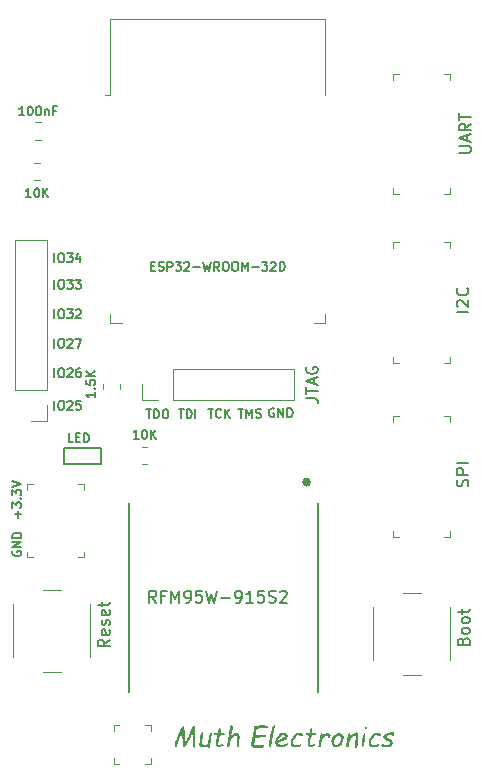
<source format=gbr>
G04 #@! TF.GenerationSoftware,KiCad,Pcbnew,(6.0.1)*
G04 #@! TF.CreationDate,2022-03-01T20:17:54-08:00*
G04 #@! TF.ProjectId,ESP32-Lora,45535033-322d-44c6-9f72-612e6b696361,rev?*
G04 #@! TF.SameCoordinates,Original*
G04 #@! TF.FileFunction,Legend,Top*
G04 #@! TF.FilePolarity,Positive*
%FSLAX46Y46*%
G04 Gerber Fmt 4.6, Leading zero omitted, Abs format (unit mm)*
G04 Created by KiCad (PCBNEW (6.0.1)) date 2022-03-01 20:17:54*
%MOMM*%
%LPD*%
G01*
G04 APERTURE LIST*
%ADD10C,0.150000*%
%ADD11C,0.187500*%
%ADD12C,0.100000*%
%ADD13C,0.120000*%
%ADD14C,0.200000*%
%ADD15C,0.010000*%
G04 APERTURE END LIST*
D10*
X121158914Y-125268485D02*
X121587485Y-125268485D01*
X121373200Y-126018485D02*
X121373200Y-125268485D01*
X122266057Y-125947057D02*
X122230342Y-125982771D01*
X122123200Y-126018485D01*
X122051771Y-126018485D01*
X121944628Y-125982771D01*
X121873200Y-125911342D01*
X121837485Y-125839914D01*
X121801771Y-125697057D01*
X121801771Y-125589914D01*
X121837485Y-125447057D01*
X121873200Y-125375628D01*
X121944628Y-125304200D01*
X122051771Y-125268485D01*
X122123200Y-125268485D01*
X122230342Y-125304200D01*
X122266057Y-125339914D01*
X122587485Y-126018485D02*
X122587485Y-125268485D01*
X123016057Y-126018485D02*
X122694628Y-125589914D01*
X123016057Y-125268485D02*
X122587485Y-125697057D01*
X104625000Y-137321428D02*
X104589285Y-137392857D01*
X104589285Y-137500000D01*
X104625000Y-137607142D01*
X104696428Y-137678571D01*
X104767857Y-137714285D01*
X104910714Y-137750000D01*
X105017857Y-137750000D01*
X105160714Y-137714285D01*
X105232142Y-137678571D01*
X105303571Y-137607142D01*
X105339285Y-137500000D01*
X105339285Y-137428571D01*
X105303571Y-137321428D01*
X105267857Y-137285714D01*
X105017857Y-137285714D01*
X105017857Y-137428571D01*
X105339285Y-136964285D02*
X104589285Y-136964285D01*
X105339285Y-136535714D01*
X104589285Y-136535714D01*
X105339285Y-136178571D02*
X104589285Y-136178571D01*
X104589285Y-136000000D01*
X104625000Y-135892857D01*
X104696428Y-135821428D01*
X104767857Y-135785714D01*
X104910714Y-135750000D01*
X105017857Y-135750000D01*
X105160714Y-135785714D01*
X105232142Y-135821428D01*
X105303571Y-135892857D01*
X105339285Y-136000000D01*
X105339285Y-136178571D01*
X118662942Y-125319285D02*
X119091514Y-125319285D01*
X118877228Y-126069285D02*
X118877228Y-125319285D01*
X119341514Y-126069285D02*
X119341514Y-125319285D01*
X119520085Y-125319285D01*
X119627228Y-125355000D01*
X119698657Y-125426428D01*
X119734371Y-125497857D01*
X119770085Y-125640714D01*
X119770085Y-125747857D01*
X119734371Y-125890714D01*
X119698657Y-125962142D01*
X119627228Y-126033571D01*
X119520085Y-126069285D01*
X119341514Y-126069285D01*
X120091514Y-126069285D02*
X120091514Y-125319285D01*
X123714000Y-125268485D02*
X124142571Y-125268485D01*
X123928285Y-126018485D02*
X123928285Y-125268485D01*
X124392571Y-126018485D02*
X124392571Y-125268485D01*
X124642571Y-125804200D01*
X124892571Y-125268485D01*
X124892571Y-126018485D01*
X125214000Y-125982771D02*
X125321142Y-126018485D01*
X125499714Y-126018485D01*
X125571142Y-125982771D01*
X125606857Y-125947057D01*
X125642571Y-125875628D01*
X125642571Y-125804200D01*
X125606857Y-125732771D01*
X125571142Y-125697057D01*
X125499714Y-125661342D01*
X125356857Y-125625628D01*
X125285428Y-125589914D01*
X125249714Y-125554200D01*
X125214000Y-125482771D01*
X125214000Y-125411342D01*
X125249714Y-125339914D01*
X125285428Y-125304200D01*
X125356857Y-125268485D01*
X125535428Y-125268485D01*
X125642571Y-125304200D01*
D11*
X108142857Y-122589285D02*
X108142857Y-121839285D01*
X108642857Y-121839285D02*
X108785714Y-121839285D01*
X108857142Y-121875000D01*
X108928571Y-121946428D01*
X108964285Y-122089285D01*
X108964285Y-122339285D01*
X108928571Y-122482142D01*
X108857142Y-122553571D01*
X108785714Y-122589285D01*
X108642857Y-122589285D01*
X108571428Y-122553571D01*
X108500000Y-122482142D01*
X108464285Y-122339285D01*
X108464285Y-122089285D01*
X108500000Y-121946428D01*
X108571428Y-121875000D01*
X108642857Y-121839285D01*
X109250000Y-121910714D02*
X109285714Y-121875000D01*
X109357142Y-121839285D01*
X109535714Y-121839285D01*
X109607142Y-121875000D01*
X109642857Y-121910714D01*
X109678571Y-121982142D01*
X109678571Y-122053571D01*
X109642857Y-122160714D01*
X109214285Y-122589285D01*
X109678571Y-122589285D01*
X110321428Y-121839285D02*
X110178571Y-121839285D01*
X110107142Y-121875000D01*
X110071428Y-121910714D01*
X110000000Y-122017857D01*
X109964285Y-122160714D01*
X109964285Y-122446428D01*
X110000000Y-122517857D01*
X110035714Y-122553571D01*
X110107142Y-122589285D01*
X110250000Y-122589285D01*
X110321428Y-122553571D01*
X110357142Y-122517857D01*
X110392857Y-122446428D01*
X110392857Y-122267857D01*
X110357142Y-122196428D01*
X110321428Y-122160714D01*
X110250000Y-122125000D01*
X110107142Y-122125000D01*
X110035714Y-122160714D01*
X110000000Y-122196428D01*
X109964285Y-122267857D01*
D10*
X115908657Y-125319285D02*
X116337228Y-125319285D01*
X116122942Y-126069285D02*
X116122942Y-125319285D01*
X116587228Y-126069285D02*
X116587228Y-125319285D01*
X116765800Y-125319285D01*
X116872942Y-125355000D01*
X116944371Y-125426428D01*
X116980085Y-125497857D01*
X117015800Y-125640714D01*
X117015800Y-125747857D01*
X116980085Y-125890714D01*
X116944371Y-125962142D01*
X116872942Y-126033571D01*
X116765800Y-126069285D01*
X116587228Y-126069285D01*
X117480085Y-125319285D02*
X117622942Y-125319285D01*
X117694371Y-125355000D01*
X117765800Y-125426428D01*
X117801514Y-125569285D01*
X117801514Y-125819285D01*
X117765800Y-125962142D01*
X117694371Y-126033571D01*
X117622942Y-126069285D01*
X117480085Y-126069285D01*
X117408657Y-126033571D01*
X117337228Y-125962142D01*
X117301514Y-125819285D01*
X117301514Y-125569285D01*
X117337228Y-125426428D01*
X117408657Y-125355000D01*
X117480085Y-125319285D01*
X126733371Y-125253400D02*
X126661942Y-125217685D01*
X126554800Y-125217685D01*
X126447657Y-125253400D01*
X126376228Y-125324828D01*
X126340514Y-125396257D01*
X126304800Y-125539114D01*
X126304800Y-125646257D01*
X126340514Y-125789114D01*
X126376228Y-125860542D01*
X126447657Y-125931971D01*
X126554800Y-125967685D01*
X126626228Y-125967685D01*
X126733371Y-125931971D01*
X126769085Y-125896257D01*
X126769085Y-125646257D01*
X126626228Y-125646257D01*
X127090514Y-125967685D02*
X127090514Y-125217685D01*
X127519085Y-125967685D01*
X127519085Y-125217685D01*
X127876228Y-125967685D02*
X127876228Y-125217685D01*
X128054800Y-125217685D01*
X128161942Y-125253400D01*
X128233371Y-125324828D01*
X128269085Y-125396257D01*
X128304800Y-125539114D01*
X128304800Y-125646257D01*
X128269085Y-125789114D01*
X128233371Y-125860542D01*
X128161942Y-125931971D01*
X128054800Y-125967685D01*
X127876228Y-125967685D01*
D11*
X108142857Y-112839285D02*
X108142857Y-112089285D01*
X108642857Y-112089285D02*
X108785714Y-112089285D01*
X108857142Y-112125000D01*
X108928571Y-112196428D01*
X108964285Y-112339285D01*
X108964285Y-112589285D01*
X108928571Y-112732142D01*
X108857142Y-112803571D01*
X108785714Y-112839285D01*
X108642857Y-112839285D01*
X108571428Y-112803571D01*
X108500000Y-112732142D01*
X108464285Y-112589285D01*
X108464285Y-112339285D01*
X108500000Y-112196428D01*
X108571428Y-112125000D01*
X108642857Y-112089285D01*
X109214285Y-112089285D02*
X109678571Y-112089285D01*
X109428571Y-112375000D01*
X109535714Y-112375000D01*
X109607142Y-112410714D01*
X109642857Y-112446428D01*
X109678571Y-112517857D01*
X109678571Y-112696428D01*
X109642857Y-112767857D01*
X109607142Y-112803571D01*
X109535714Y-112839285D01*
X109321428Y-112839285D01*
X109250000Y-112803571D01*
X109214285Y-112767857D01*
X110321428Y-112339285D02*
X110321428Y-112839285D01*
X110142857Y-112053571D02*
X109964285Y-112589285D01*
X110428571Y-112589285D01*
X108142857Y-117589285D02*
X108142857Y-116839285D01*
X108642857Y-116839285D02*
X108785714Y-116839285D01*
X108857142Y-116875000D01*
X108928571Y-116946428D01*
X108964285Y-117089285D01*
X108964285Y-117339285D01*
X108928571Y-117482142D01*
X108857142Y-117553571D01*
X108785714Y-117589285D01*
X108642857Y-117589285D01*
X108571428Y-117553571D01*
X108500000Y-117482142D01*
X108464285Y-117339285D01*
X108464285Y-117089285D01*
X108500000Y-116946428D01*
X108571428Y-116875000D01*
X108642857Y-116839285D01*
X109214285Y-116839285D02*
X109678571Y-116839285D01*
X109428571Y-117125000D01*
X109535714Y-117125000D01*
X109607142Y-117160714D01*
X109642857Y-117196428D01*
X109678571Y-117267857D01*
X109678571Y-117446428D01*
X109642857Y-117517857D01*
X109607142Y-117553571D01*
X109535714Y-117589285D01*
X109321428Y-117589285D01*
X109250000Y-117553571D01*
X109214285Y-117517857D01*
X109964285Y-116910714D02*
X110000000Y-116875000D01*
X110071428Y-116839285D01*
X110250000Y-116839285D01*
X110321428Y-116875000D01*
X110357142Y-116910714D01*
X110392857Y-116982142D01*
X110392857Y-117053571D01*
X110357142Y-117160714D01*
X109928571Y-117589285D01*
X110392857Y-117589285D01*
X108142857Y-120089285D02*
X108142857Y-119339285D01*
X108642857Y-119339285D02*
X108785714Y-119339285D01*
X108857142Y-119375000D01*
X108928571Y-119446428D01*
X108964285Y-119589285D01*
X108964285Y-119839285D01*
X108928571Y-119982142D01*
X108857142Y-120053571D01*
X108785714Y-120089285D01*
X108642857Y-120089285D01*
X108571428Y-120053571D01*
X108500000Y-119982142D01*
X108464285Y-119839285D01*
X108464285Y-119589285D01*
X108500000Y-119446428D01*
X108571428Y-119375000D01*
X108642857Y-119339285D01*
X109250000Y-119410714D02*
X109285714Y-119375000D01*
X109357142Y-119339285D01*
X109535714Y-119339285D01*
X109607142Y-119375000D01*
X109642857Y-119410714D01*
X109678571Y-119482142D01*
X109678571Y-119553571D01*
X109642857Y-119660714D01*
X109214285Y-120089285D01*
X109678571Y-120089285D01*
X109928571Y-119339285D02*
X110428571Y-119339285D01*
X110107142Y-120089285D01*
X108142857Y-125339285D02*
X108142857Y-124589285D01*
X108642857Y-124589285D02*
X108785714Y-124589285D01*
X108857142Y-124625000D01*
X108928571Y-124696428D01*
X108964285Y-124839285D01*
X108964285Y-125089285D01*
X108928571Y-125232142D01*
X108857142Y-125303571D01*
X108785714Y-125339285D01*
X108642857Y-125339285D01*
X108571428Y-125303571D01*
X108500000Y-125232142D01*
X108464285Y-125089285D01*
X108464285Y-124839285D01*
X108500000Y-124696428D01*
X108571428Y-124625000D01*
X108642857Y-124589285D01*
X109250000Y-124660714D02*
X109285714Y-124625000D01*
X109357142Y-124589285D01*
X109535714Y-124589285D01*
X109607142Y-124625000D01*
X109642857Y-124660714D01*
X109678571Y-124732142D01*
X109678571Y-124803571D01*
X109642857Y-124910714D01*
X109214285Y-125339285D01*
X109678571Y-125339285D01*
X110357142Y-124589285D02*
X110000000Y-124589285D01*
X109964285Y-124946428D01*
X110000000Y-124910714D01*
X110071428Y-124875000D01*
X110250000Y-124875000D01*
X110321428Y-124910714D01*
X110357142Y-124946428D01*
X110392857Y-125017857D01*
X110392857Y-125196428D01*
X110357142Y-125267857D01*
X110321428Y-125303571D01*
X110250000Y-125339285D01*
X110071428Y-125339285D01*
X110000000Y-125303571D01*
X109964285Y-125267857D01*
X108142857Y-115089285D02*
X108142857Y-114339285D01*
X108642857Y-114339285D02*
X108785714Y-114339285D01*
X108857142Y-114375000D01*
X108928571Y-114446428D01*
X108964285Y-114589285D01*
X108964285Y-114839285D01*
X108928571Y-114982142D01*
X108857142Y-115053571D01*
X108785714Y-115089285D01*
X108642857Y-115089285D01*
X108571428Y-115053571D01*
X108500000Y-114982142D01*
X108464285Y-114839285D01*
X108464285Y-114589285D01*
X108500000Y-114446428D01*
X108571428Y-114375000D01*
X108642857Y-114339285D01*
X109214285Y-114339285D02*
X109678571Y-114339285D01*
X109428571Y-114625000D01*
X109535714Y-114625000D01*
X109607142Y-114660714D01*
X109642857Y-114696428D01*
X109678571Y-114767857D01*
X109678571Y-114946428D01*
X109642857Y-115017857D01*
X109607142Y-115053571D01*
X109535714Y-115089285D01*
X109321428Y-115089285D01*
X109250000Y-115053571D01*
X109214285Y-115017857D01*
X109928571Y-114339285D02*
X110392857Y-114339285D01*
X110142857Y-114625000D01*
X110250000Y-114625000D01*
X110321428Y-114660714D01*
X110357142Y-114696428D01*
X110392857Y-114767857D01*
X110392857Y-114946428D01*
X110357142Y-115017857D01*
X110321428Y-115053571D01*
X110250000Y-115089285D01*
X110035714Y-115089285D01*
X109964285Y-115053571D01*
X109928571Y-115017857D01*
D10*
X142402380Y-103595238D02*
X143211904Y-103595238D01*
X143307142Y-103547619D01*
X143354761Y-103500000D01*
X143402380Y-103404761D01*
X143402380Y-103214285D01*
X143354761Y-103119047D01*
X143307142Y-103071428D01*
X143211904Y-103023809D01*
X142402380Y-103023809D01*
X143116666Y-102595238D02*
X143116666Y-102119047D01*
X143402380Y-102690476D02*
X142402380Y-102357142D01*
X143402380Y-102023809D01*
X143402380Y-101119047D02*
X142926190Y-101452380D01*
X143402380Y-101690476D02*
X142402380Y-101690476D01*
X142402380Y-101309523D01*
X142450000Y-101214285D01*
X142497619Y-101166666D01*
X142592857Y-101119047D01*
X142735714Y-101119047D01*
X142830952Y-101166666D01*
X142878571Y-101214285D01*
X142926190Y-101309523D01*
X142926190Y-101690476D01*
X142402380Y-100833333D02*
X142402380Y-100261904D01*
X143402380Y-100547619D02*
X142402380Y-100547619D01*
X111589285Y-123869364D02*
X111589285Y-124297936D01*
X111589285Y-124083650D02*
X110839285Y-124083650D01*
X110946428Y-124155078D01*
X111017857Y-124226507D01*
X111053571Y-124297936D01*
X111517857Y-123547936D02*
X111553571Y-123512221D01*
X111589285Y-123547936D01*
X111553571Y-123583650D01*
X111517857Y-123547936D01*
X111589285Y-123547936D01*
X110839285Y-122833650D02*
X110839285Y-123190793D01*
X111196428Y-123226507D01*
X111160714Y-123190793D01*
X111125000Y-123119364D01*
X111125000Y-122940793D01*
X111160714Y-122869364D01*
X111196428Y-122833650D01*
X111267857Y-122797936D01*
X111446428Y-122797936D01*
X111517857Y-122833650D01*
X111553571Y-122869364D01*
X111589285Y-122940793D01*
X111589285Y-123119364D01*
X111553571Y-123190793D01*
X111517857Y-123226507D01*
X111589285Y-122476507D02*
X110839285Y-122476507D01*
X111589285Y-122047936D02*
X111160714Y-122369364D01*
X110839285Y-122047936D02*
X111267857Y-122476507D01*
X109732142Y-128089285D02*
X109375000Y-128089285D01*
X109375000Y-127339285D01*
X109982142Y-127696428D02*
X110232142Y-127696428D01*
X110339285Y-128089285D02*
X109982142Y-128089285D01*
X109982142Y-127339285D01*
X110339285Y-127339285D01*
X110660714Y-128089285D02*
X110660714Y-127339285D01*
X110839285Y-127339285D01*
X110946428Y-127375000D01*
X111017857Y-127446428D01*
X111053571Y-127517857D01*
X111089285Y-127660714D01*
X111089285Y-127767857D01*
X111053571Y-127910714D01*
X111017857Y-127982142D01*
X110946428Y-128053571D01*
X110839285Y-128089285D01*
X110660714Y-128089285D01*
X112816380Y-144808095D02*
X112340190Y-145141428D01*
X112816380Y-145379523D02*
X111816380Y-145379523D01*
X111816380Y-144998571D01*
X111864000Y-144903333D01*
X111911619Y-144855714D01*
X112006857Y-144808095D01*
X112149714Y-144808095D01*
X112244952Y-144855714D01*
X112292571Y-144903333D01*
X112340190Y-144998571D01*
X112340190Y-145379523D01*
X112768761Y-143998571D02*
X112816380Y-144093809D01*
X112816380Y-144284285D01*
X112768761Y-144379523D01*
X112673523Y-144427142D01*
X112292571Y-144427142D01*
X112197333Y-144379523D01*
X112149714Y-144284285D01*
X112149714Y-144093809D01*
X112197333Y-143998571D01*
X112292571Y-143950952D01*
X112387809Y-143950952D01*
X112483047Y-144427142D01*
X112768761Y-143570000D02*
X112816380Y-143474761D01*
X112816380Y-143284285D01*
X112768761Y-143189047D01*
X112673523Y-143141428D01*
X112625904Y-143141428D01*
X112530666Y-143189047D01*
X112483047Y-143284285D01*
X112483047Y-143427142D01*
X112435428Y-143522380D01*
X112340190Y-143570000D01*
X112292571Y-143570000D01*
X112197333Y-143522380D01*
X112149714Y-143427142D01*
X112149714Y-143284285D01*
X112197333Y-143189047D01*
X112768761Y-142331904D02*
X112816380Y-142427142D01*
X112816380Y-142617619D01*
X112768761Y-142712857D01*
X112673523Y-142760476D01*
X112292571Y-142760476D01*
X112197333Y-142712857D01*
X112149714Y-142617619D01*
X112149714Y-142427142D01*
X112197333Y-142331904D01*
X112292571Y-142284285D01*
X112387809Y-142284285D01*
X112483047Y-142760476D01*
X112149714Y-141998571D02*
X112149714Y-141617619D01*
X111816380Y-141855714D02*
X112673523Y-141855714D01*
X112768761Y-141808095D01*
X112816380Y-141712857D01*
X112816380Y-141617619D01*
X143200380Y-117054190D02*
X142200380Y-117054190D01*
X142295619Y-116625619D02*
X142248000Y-116578000D01*
X142200380Y-116482761D01*
X142200380Y-116244666D01*
X142248000Y-116149428D01*
X142295619Y-116101809D01*
X142390857Y-116054190D01*
X142486095Y-116054190D01*
X142628952Y-116101809D01*
X143200380Y-116673238D01*
X143200380Y-116054190D01*
X143105142Y-115054190D02*
X143152761Y-115101809D01*
X143200380Y-115244666D01*
X143200380Y-115339904D01*
X143152761Y-115482761D01*
X143057523Y-115578000D01*
X142962285Y-115625619D01*
X142771809Y-115673238D01*
X142628952Y-115673238D01*
X142438476Y-115625619D01*
X142343238Y-115578000D01*
X142248000Y-115482761D01*
X142200380Y-115339904D01*
X142200380Y-115244666D01*
X142248000Y-115101809D01*
X142295619Y-115054190D01*
X116327942Y-113196428D02*
X116577942Y-113196428D01*
X116685085Y-113589285D02*
X116327942Y-113589285D01*
X116327942Y-112839285D01*
X116685085Y-112839285D01*
X116970800Y-113553571D02*
X117077942Y-113589285D01*
X117256514Y-113589285D01*
X117327942Y-113553571D01*
X117363657Y-113517857D01*
X117399371Y-113446428D01*
X117399371Y-113375000D01*
X117363657Y-113303571D01*
X117327942Y-113267857D01*
X117256514Y-113232142D01*
X117113657Y-113196428D01*
X117042228Y-113160714D01*
X117006514Y-113125000D01*
X116970800Y-113053571D01*
X116970800Y-112982142D01*
X117006514Y-112910714D01*
X117042228Y-112875000D01*
X117113657Y-112839285D01*
X117292228Y-112839285D01*
X117399371Y-112875000D01*
X117720800Y-113589285D02*
X117720800Y-112839285D01*
X118006514Y-112839285D01*
X118077942Y-112875000D01*
X118113657Y-112910714D01*
X118149371Y-112982142D01*
X118149371Y-113089285D01*
X118113657Y-113160714D01*
X118077942Y-113196428D01*
X118006514Y-113232142D01*
X117720800Y-113232142D01*
X118399371Y-112839285D02*
X118863657Y-112839285D01*
X118613657Y-113125000D01*
X118720800Y-113125000D01*
X118792228Y-113160714D01*
X118827942Y-113196428D01*
X118863657Y-113267857D01*
X118863657Y-113446428D01*
X118827942Y-113517857D01*
X118792228Y-113553571D01*
X118720800Y-113589285D01*
X118506514Y-113589285D01*
X118435085Y-113553571D01*
X118399371Y-113517857D01*
X119149371Y-112910714D02*
X119185085Y-112875000D01*
X119256514Y-112839285D01*
X119435085Y-112839285D01*
X119506514Y-112875000D01*
X119542228Y-112910714D01*
X119577942Y-112982142D01*
X119577942Y-113053571D01*
X119542228Y-113160714D01*
X119113657Y-113589285D01*
X119577942Y-113589285D01*
X119899371Y-113303571D02*
X120470800Y-113303571D01*
X120756514Y-112839285D02*
X120935085Y-113589285D01*
X121077942Y-113053571D01*
X121220800Y-113589285D01*
X121399371Y-112839285D01*
X122113657Y-113589285D02*
X121863657Y-113232142D01*
X121685085Y-113589285D02*
X121685085Y-112839285D01*
X121970800Y-112839285D01*
X122042228Y-112875000D01*
X122077942Y-112910714D01*
X122113657Y-112982142D01*
X122113657Y-113089285D01*
X122077942Y-113160714D01*
X122042228Y-113196428D01*
X121970800Y-113232142D01*
X121685085Y-113232142D01*
X122577942Y-112839285D02*
X122720800Y-112839285D01*
X122792228Y-112875000D01*
X122863657Y-112946428D01*
X122899371Y-113089285D01*
X122899371Y-113339285D01*
X122863657Y-113482142D01*
X122792228Y-113553571D01*
X122720800Y-113589285D01*
X122577942Y-113589285D01*
X122506514Y-113553571D01*
X122435085Y-113482142D01*
X122399371Y-113339285D01*
X122399371Y-113089285D01*
X122435085Y-112946428D01*
X122506514Y-112875000D01*
X122577942Y-112839285D01*
X123363657Y-112839285D02*
X123506514Y-112839285D01*
X123577942Y-112875000D01*
X123649371Y-112946428D01*
X123685085Y-113089285D01*
X123685085Y-113339285D01*
X123649371Y-113482142D01*
X123577942Y-113553571D01*
X123506514Y-113589285D01*
X123363657Y-113589285D01*
X123292228Y-113553571D01*
X123220800Y-113482142D01*
X123185085Y-113339285D01*
X123185085Y-113089285D01*
X123220800Y-112946428D01*
X123292228Y-112875000D01*
X123363657Y-112839285D01*
X124006514Y-113589285D02*
X124006514Y-112839285D01*
X124256514Y-113375000D01*
X124506514Y-112839285D01*
X124506514Y-113589285D01*
X124863657Y-113303571D02*
X125435085Y-113303571D01*
X125720800Y-112839285D02*
X126185085Y-112839285D01*
X125935085Y-113125000D01*
X126042228Y-113125000D01*
X126113657Y-113160714D01*
X126149371Y-113196428D01*
X126185085Y-113267857D01*
X126185085Y-113446428D01*
X126149371Y-113517857D01*
X126113657Y-113553571D01*
X126042228Y-113589285D01*
X125827942Y-113589285D01*
X125756514Y-113553571D01*
X125720800Y-113517857D01*
X126470800Y-112910714D02*
X126506514Y-112875000D01*
X126577942Y-112839285D01*
X126756514Y-112839285D01*
X126827942Y-112875000D01*
X126863657Y-112910714D01*
X126899371Y-112982142D01*
X126899371Y-113053571D01*
X126863657Y-113160714D01*
X126435085Y-113589285D01*
X126899371Y-113589285D01*
X127220800Y-113589285D02*
X127220800Y-112839285D01*
X127399371Y-112839285D01*
X127506514Y-112875000D01*
X127577942Y-112946428D01*
X127613657Y-113017857D01*
X127649371Y-113160714D01*
X127649371Y-113267857D01*
X127613657Y-113410714D01*
X127577942Y-113482142D01*
X127506514Y-113553571D01*
X127399371Y-113589285D01*
X127220800Y-113589285D01*
X105589285Y-100409285D02*
X105160714Y-100409285D01*
X105375000Y-100409285D02*
X105375000Y-99659285D01*
X105303571Y-99766428D01*
X105232142Y-99837857D01*
X105160714Y-99873571D01*
X106053571Y-99659285D02*
X106125000Y-99659285D01*
X106196428Y-99695000D01*
X106232142Y-99730714D01*
X106267857Y-99802142D01*
X106303571Y-99945000D01*
X106303571Y-100123571D01*
X106267857Y-100266428D01*
X106232142Y-100337857D01*
X106196428Y-100373571D01*
X106125000Y-100409285D01*
X106053571Y-100409285D01*
X105982142Y-100373571D01*
X105946428Y-100337857D01*
X105910714Y-100266428D01*
X105875000Y-100123571D01*
X105875000Y-99945000D01*
X105910714Y-99802142D01*
X105946428Y-99730714D01*
X105982142Y-99695000D01*
X106053571Y-99659285D01*
X106767857Y-99659285D02*
X106839285Y-99659285D01*
X106910714Y-99695000D01*
X106946428Y-99730714D01*
X106982142Y-99802142D01*
X107017857Y-99945000D01*
X107017857Y-100123571D01*
X106982142Y-100266428D01*
X106946428Y-100337857D01*
X106910714Y-100373571D01*
X106839285Y-100409285D01*
X106767857Y-100409285D01*
X106696428Y-100373571D01*
X106660714Y-100337857D01*
X106625000Y-100266428D01*
X106589285Y-100123571D01*
X106589285Y-99945000D01*
X106625000Y-99802142D01*
X106660714Y-99730714D01*
X106696428Y-99695000D01*
X106767857Y-99659285D01*
X107339285Y-99909285D02*
X107339285Y-100409285D01*
X107339285Y-99980714D02*
X107375000Y-99945000D01*
X107446428Y-99909285D01*
X107553571Y-99909285D01*
X107625000Y-99945000D01*
X107660714Y-100016428D01*
X107660714Y-100409285D01*
X108267857Y-100016428D02*
X108017857Y-100016428D01*
X108017857Y-100409285D02*
X108017857Y-99659285D01*
X108375000Y-99659285D01*
X106162142Y-107339285D02*
X105733571Y-107339285D01*
X105947857Y-107339285D02*
X105947857Y-106589285D01*
X105876428Y-106696428D01*
X105805000Y-106767857D01*
X105733571Y-106803571D01*
X106626428Y-106589285D02*
X106697857Y-106589285D01*
X106769285Y-106625000D01*
X106805000Y-106660714D01*
X106840714Y-106732142D01*
X106876428Y-106875000D01*
X106876428Y-107053571D01*
X106840714Y-107196428D01*
X106805000Y-107267857D01*
X106769285Y-107303571D01*
X106697857Y-107339285D01*
X106626428Y-107339285D01*
X106555000Y-107303571D01*
X106519285Y-107267857D01*
X106483571Y-107196428D01*
X106447857Y-107053571D01*
X106447857Y-106875000D01*
X106483571Y-106732142D01*
X106519285Y-106660714D01*
X106555000Y-106625000D01*
X106626428Y-106589285D01*
X107197857Y-107339285D02*
X107197857Y-106589285D01*
X107626428Y-107339285D02*
X107305000Y-106910714D01*
X107626428Y-106589285D02*
X107197857Y-107017857D01*
X142772571Y-144943047D02*
X142820190Y-144800190D01*
X142867809Y-144752571D01*
X142963047Y-144704952D01*
X143105904Y-144704952D01*
X143201142Y-144752571D01*
X143248761Y-144800190D01*
X143296380Y-144895428D01*
X143296380Y-145276380D01*
X142296380Y-145276380D01*
X142296380Y-144943047D01*
X142344000Y-144847809D01*
X142391619Y-144800190D01*
X142486857Y-144752571D01*
X142582095Y-144752571D01*
X142677333Y-144800190D01*
X142724952Y-144847809D01*
X142772571Y-144943047D01*
X142772571Y-145276380D01*
X143296380Y-144133523D02*
X143248761Y-144228761D01*
X143201142Y-144276380D01*
X143105904Y-144324000D01*
X142820190Y-144324000D01*
X142724952Y-144276380D01*
X142677333Y-144228761D01*
X142629714Y-144133523D01*
X142629714Y-143990666D01*
X142677333Y-143895428D01*
X142724952Y-143847809D01*
X142820190Y-143800190D01*
X143105904Y-143800190D01*
X143201142Y-143847809D01*
X143248761Y-143895428D01*
X143296380Y-143990666D01*
X143296380Y-144133523D01*
X143296380Y-143228761D02*
X143248761Y-143324000D01*
X143201142Y-143371619D01*
X143105904Y-143419238D01*
X142820190Y-143419238D01*
X142724952Y-143371619D01*
X142677333Y-143324000D01*
X142629714Y-143228761D01*
X142629714Y-143085904D01*
X142677333Y-142990666D01*
X142724952Y-142943047D01*
X142820190Y-142895428D01*
X143105904Y-142895428D01*
X143201142Y-142943047D01*
X143248761Y-142990666D01*
X143296380Y-143085904D01*
X143296380Y-143228761D01*
X142629714Y-142609714D02*
X142629714Y-142228761D01*
X142296380Y-142466857D02*
X143153523Y-142466857D01*
X143248761Y-142419238D01*
X143296380Y-142324000D01*
X143296380Y-142228761D01*
X105053571Y-134500000D02*
X105053571Y-133928571D01*
X105339285Y-134214285D02*
X104767857Y-134214285D01*
X104589285Y-133642857D02*
X104589285Y-133178571D01*
X104875000Y-133428571D01*
X104875000Y-133321428D01*
X104910714Y-133250000D01*
X104946428Y-133214285D01*
X105017857Y-133178571D01*
X105196428Y-133178571D01*
X105267857Y-133214285D01*
X105303571Y-133250000D01*
X105339285Y-133321428D01*
X105339285Y-133535714D01*
X105303571Y-133607142D01*
X105267857Y-133642857D01*
X105267857Y-132857142D02*
X105303571Y-132821428D01*
X105339285Y-132857142D01*
X105303571Y-132892857D01*
X105267857Y-132857142D01*
X105339285Y-132857142D01*
X104589285Y-132571428D02*
X104589285Y-132107142D01*
X104875000Y-132357142D01*
X104875000Y-132250000D01*
X104910714Y-132178571D01*
X104946428Y-132142857D01*
X105017857Y-132107142D01*
X105196428Y-132107142D01*
X105267857Y-132142857D01*
X105303571Y-132178571D01*
X105339285Y-132250000D01*
X105339285Y-132464285D01*
X105303571Y-132535714D01*
X105267857Y-132571428D01*
X104589285Y-131892857D02*
X105339285Y-131642857D01*
X104589285Y-131392857D01*
X129452380Y-124356666D02*
X130166666Y-124356666D01*
X130309523Y-124404285D01*
X130404761Y-124499523D01*
X130452380Y-124642380D01*
X130452380Y-124737619D01*
X129452380Y-124023333D02*
X129452380Y-123451904D01*
X130452380Y-123737619D02*
X129452380Y-123737619D01*
X130166666Y-123166190D02*
X130166666Y-122690000D01*
X130452380Y-123261428D02*
X129452380Y-122928095D01*
X130452380Y-122594761D01*
X129500000Y-121737619D02*
X129452380Y-121832857D01*
X129452380Y-121975714D01*
X129500000Y-122118571D01*
X129595238Y-122213809D01*
X129690476Y-122261428D01*
X129880952Y-122309047D01*
X130023809Y-122309047D01*
X130214285Y-122261428D01*
X130309523Y-122213809D01*
X130404761Y-122118571D01*
X130452380Y-121975714D01*
X130452380Y-121880476D01*
X130404761Y-121737619D01*
X130357142Y-121690000D01*
X130023809Y-121690000D01*
X130023809Y-121880476D01*
X143152761Y-131833809D02*
X143200380Y-131690952D01*
X143200380Y-131452857D01*
X143152761Y-131357619D01*
X143105142Y-131310000D01*
X143009904Y-131262380D01*
X142914666Y-131262380D01*
X142819428Y-131310000D01*
X142771809Y-131357619D01*
X142724190Y-131452857D01*
X142676571Y-131643333D01*
X142628952Y-131738571D01*
X142581333Y-131786190D01*
X142486095Y-131833809D01*
X142390857Y-131833809D01*
X142295619Y-131786190D01*
X142248000Y-131738571D01*
X142200380Y-131643333D01*
X142200380Y-131405238D01*
X142248000Y-131262380D01*
X143200380Y-130833809D02*
X142200380Y-130833809D01*
X142200380Y-130452857D01*
X142248000Y-130357619D01*
X142295619Y-130310000D01*
X142390857Y-130262380D01*
X142533714Y-130262380D01*
X142628952Y-130310000D01*
X142676571Y-130357619D01*
X142724190Y-130452857D01*
X142724190Y-130833809D01*
X143200380Y-129833809D02*
X142200380Y-129833809D01*
X115282142Y-127789285D02*
X114853571Y-127789285D01*
X115067857Y-127789285D02*
X115067857Y-127039285D01*
X114996428Y-127146428D01*
X114925000Y-127217857D01*
X114853571Y-127253571D01*
X115746428Y-127039285D02*
X115817857Y-127039285D01*
X115889285Y-127075000D01*
X115925000Y-127110714D01*
X115960714Y-127182142D01*
X115996428Y-127325000D01*
X115996428Y-127503571D01*
X115960714Y-127646428D01*
X115925000Y-127717857D01*
X115889285Y-127753571D01*
X115817857Y-127789285D01*
X115746428Y-127789285D01*
X115675000Y-127753571D01*
X115639285Y-127717857D01*
X115603571Y-127646428D01*
X115567857Y-127503571D01*
X115567857Y-127325000D01*
X115603571Y-127182142D01*
X115639285Y-127110714D01*
X115675000Y-127075000D01*
X115746428Y-127039285D01*
X116317857Y-127789285D02*
X116317857Y-127039285D01*
X116746428Y-127789285D02*
X116425000Y-127360714D01*
X116746428Y-127039285D02*
X116317857Y-127467857D01*
X116768271Y-141677200D02*
X116434334Y-141200147D01*
X116195807Y-141677200D02*
X116195807Y-140675389D01*
X116577450Y-140675389D01*
X116672860Y-140723094D01*
X116720565Y-140770799D01*
X116768271Y-140866210D01*
X116768271Y-141009326D01*
X116720565Y-141104736D01*
X116672860Y-141152442D01*
X116577450Y-141200147D01*
X116195807Y-141200147D01*
X117531555Y-141152442D02*
X117197618Y-141152442D01*
X117197618Y-141677200D02*
X117197618Y-140675389D01*
X117674671Y-140675389D01*
X118056313Y-141677200D02*
X118056313Y-140675389D01*
X118390250Y-141390968D01*
X118724187Y-140675389D01*
X118724187Y-141677200D01*
X119248946Y-141677200D02*
X119439767Y-141677200D01*
X119535177Y-141629494D01*
X119582883Y-141581789D01*
X119678293Y-141438673D01*
X119725998Y-141247852D01*
X119725998Y-140866210D01*
X119678293Y-140770799D01*
X119630588Y-140723094D01*
X119535177Y-140675389D01*
X119344356Y-140675389D01*
X119248946Y-140723094D01*
X119201240Y-140770799D01*
X119153535Y-140866210D01*
X119153535Y-141104736D01*
X119201240Y-141200147D01*
X119248946Y-141247852D01*
X119344356Y-141295557D01*
X119535177Y-141295557D01*
X119630588Y-141247852D01*
X119678293Y-141200147D01*
X119725998Y-141104736D01*
X120632399Y-140675389D02*
X120155346Y-140675389D01*
X120107641Y-141152442D01*
X120155346Y-141104736D01*
X120250757Y-141057031D01*
X120489283Y-141057031D01*
X120584694Y-141104736D01*
X120632399Y-141152442D01*
X120680104Y-141247852D01*
X120680104Y-141486379D01*
X120632399Y-141581789D01*
X120584694Y-141629494D01*
X120489283Y-141677200D01*
X120250757Y-141677200D01*
X120155346Y-141629494D01*
X120107641Y-141581789D01*
X121014041Y-140675389D02*
X121252568Y-141677200D01*
X121443389Y-140961620D01*
X121634210Y-141677200D01*
X121872736Y-140675389D01*
X122254379Y-141295557D02*
X123017663Y-141295557D01*
X123542421Y-141677200D02*
X123733242Y-141677200D01*
X123828653Y-141629494D01*
X123876358Y-141581789D01*
X123971769Y-141438673D01*
X124019474Y-141247852D01*
X124019474Y-140866210D01*
X123971769Y-140770799D01*
X123924064Y-140723094D01*
X123828653Y-140675389D01*
X123637832Y-140675389D01*
X123542421Y-140723094D01*
X123494716Y-140770799D01*
X123447011Y-140866210D01*
X123447011Y-141104736D01*
X123494716Y-141200147D01*
X123542421Y-141247852D01*
X123637832Y-141295557D01*
X123828653Y-141295557D01*
X123924064Y-141247852D01*
X123971769Y-141200147D01*
X124019474Y-141104736D01*
X124973580Y-141677200D02*
X124401116Y-141677200D01*
X124687348Y-141677200D02*
X124687348Y-140675389D01*
X124591938Y-140818505D01*
X124496527Y-140913915D01*
X124401116Y-140961620D01*
X125879980Y-140675389D02*
X125402927Y-140675389D01*
X125355222Y-141152442D01*
X125402927Y-141104736D01*
X125498338Y-141057031D01*
X125736864Y-141057031D01*
X125832275Y-141104736D01*
X125879980Y-141152442D01*
X125927686Y-141247852D01*
X125927686Y-141486379D01*
X125879980Y-141581789D01*
X125832275Y-141629494D01*
X125736864Y-141677200D01*
X125498338Y-141677200D01*
X125402927Y-141629494D01*
X125355222Y-141581789D01*
X126309328Y-141629494D02*
X126452444Y-141677200D01*
X126690970Y-141677200D01*
X126786381Y-141629494D01*
X126834086Y-141581789D01*
X126881791Y-141486379D01*
X126881791Y-141390968D01*
X126834086Y-141295557D01*
X126786381Y-141247852D01*
X126690970Y-141200147D01*
X126500149Y-141152442D01*
X126404738Y-141104736D01*
X126357033Y-141057031D01*
X126309328Y-140961620D01*
X126309328Y-140866210D01*
X126357033Y-140770799D01*
X126404738Y-140723094D01*
X126500149Y-140675389D01*
X126738675Y-140675389D01*
X126881791Y-140723094D01*
X127263434Y-140770799D02*
X127311139Y-140723094D01*
X127406549Y-140675389D01*
X127645076Y-140675389D01*
X127740486Y-140723094D01*
X127788192Y-140770799D01*
X127835897Y-140866210D01*
X127835897Y-140961620D01*
X127788192Y-141104736D01*
X127215728Y-141677200D01*
X127835897Y-141677200D01*
D12*
X141650000Y-96900000D02*
X141150000Y-96900000D01*
X141650000Y-96900000D02*
X141650000Y-97400000D01*
X141650000Y-107100000D02*
X141150000Y-107100000D01*
X136850000Y-96900000D02*
X137350000Y-96900000D01*
X136850000Y-107100000D02*
X136850000Y-106600000D01*
X136850000Y-107100000D02*
X137350000Y-107100000D01*
X141650000Y-107100000D02*
X141650000Y-106600000D01*
X136850000Y-96900000D02*
X136850000Y-97400000D01*
D13*
X112265000Y-123627064D02*
X112265000Y-123172936D01*
X113735000Y-123627064D02*
X113735000Y-123172936D01*
D14*
X112050000Y-129900000D02*
X108950000Y-129900000D01*
X108950000Y-129900000D02*
X108950000Y-128600000D01*
X108950000Y-128600000D02*
X112050000Y-128600000D01*
X112050000Y-128600000D02*
X112050000Y-129900000D01*
D13*
X107164000Y-147570000D02*
X108664000Y-147570000D01*
X111164000Y-146320000D02*
X111164000Y-141820000D01*
X108664000Y-140570000D02*
X107164000Y-140570000D01*
X104664000Y-141820000D02*
X104664000Y-146320000D01*
D12*
X136850000Y-111150000D02*
X137350000Y-111150000D01*
X141650000Y-111150000D02*
X141150000Y-111150000D01*
X136850000Y-121350000D02*
X137350000Y-121350000D01*
X141650000Y-121350000D02*
X141150000Y-121350000D01*
X136850000Y-111150000D02*
X136850000Y-111650000D01*
X141650000Y-111150000D02*
X141650000Y-111650000D01*
X141650000Y-121350000D02*
X141650000Y-120850000D01*
X136850000Y-121350000D02*
X136850000Y-120850000D01*
D13*
X131090800Y-118000000D02*
X130090800Y-118000000D01*
X112850800Y-92255000D02*
X112850800Y-98675000D01*
X112850800Y-92255000D02*
X131090800Y-92255000D01*
X131090800Y-117220000D02*
X131090800Y-118000000D01*
X112850800Y-117220000D02*
X112850800Y-118000000D01*
X112850800Y-118000000D02*
X113850800Y-118000000D01*
X131090800Y-92255000D02*
X131090800Y-98675000D01*
X112850800Y-98675000D02*
X112470800Y-98675000D01*
X107011252Y-102485000D02*
X106488748Y-102485000D01*
X107011252Y-101015000D02*
X106488748Y-101015000D01*
X106907064Y-104421000D02*
X106452936Y-104421000D01*
X106907064Y-105891000D02*
X106452936Y-105891000D01*
X137644000Y-147824000D02*
X139144000Y-147824000D01*
X139144000Y-140824000D02*
X137644000Y-140824000D01*
X141644000Y-146574000D02*
X141644000Y-142074000D01*
X135144000Y-142074000D02*
X135144000Y-146574000D01*
D12*
X110650000Y-137850000D02*
X110150000Y-137850000D01*
X105850000Y-131650000D02*
X106350000Y-131650000D01*
X110650000Y-131650000D02*
X110150000Y-131650000D01*
X105850000Y-131650000D02*
X105850000Y-132150000D01*
X110650000Y-137850000D02*
X110650000Y-137350000D01*
X105850000Y-137850000D02*
X105850000Y-137350000D01*
X105850000Y-137850000D02*
X106350000Y-137850000D01*
X110650000Y-131650000D02*
X110650000Y-132150000D01*
D13*
X128410000Y-124520000D02*
X128410000Y-121860000D01*
X116920000Y-124520000D02*
X115590000Y-124520000D01*
X118190000Y-124520000D02*
X118190000Y-121860000D01*
X118190000Y-121860000D02*
X128410000Y-121860000D01*
X118190000Y-124520000D02*
X128410000Y-124520000D01*
X115590000Y-124520000D02*
X115590000Y-123190000D01*
D12*
X141650000Y-125900000D02*
X141150000Y-125900000D01*
X141650000Y-136100000D02*
X141650000Y-135600000D01*
X141650000Y-136100000D02*
X141150000Y-136100000D01*
X136850000Y-125900000D02*
X137350000Y-125900000D01*
X136850000Y-125900000D02*
X136850000Y-126400000D01*
X136850000Y-136100000D02*
X136850000Y-135600000D01*
X136850000Y-136100000D02*
X137350000Y-136100000D01*
X141650000Y-125900000D02*
X141650000Y-126400000D01*
X113150000Y-152020000D02*
X113650000Y-152020000D01*
X116350000Y-155320000D02*
X116350000Y-154820000D01*
X116350000Y-155320000D02*
X115850000Y-155320000D01*
X116350000Y-152020000D02*
X116350000Y-152520000D01*
X116350000Y-152020000D02*
X115850000Y-152020000D01*
X113150000Y-152020000D02*
X113150000Y-152520000D01*
X113150000Y-155320000D02*
X113650000Y-155320000D01*
X113150000Y-155320000D02*
X113150000Y-154820000D01*
D13*
X115572936Y-128465000D02*
X116027064Y-128465000D01*
X115572936Y-129935000D02*
X116027064Y-129935000D01*
G36*
X134612623Y-152236926D02*
G01*
X134619926Y-152328761D01*
X134615134Y-152343063D01*
X134557438Y-152400847D01*
X134472548Y-152417836D01*
X134403428Y-152392280D01*
X134387307Y-152352327D01*
X134421785Y-152267254D01*
X134462647Y-152222512D01*
X134549815Y-152193302D01*
X134612623Y-152236926D01*
G37*
G36*
X127136643Y-152859968D02*
G01*
X127187724Y-152815002D01*
X127340826Y-152743194D01*
X127538129Y-152712060D01*
X127733436Y-152725236D01*
X127845134Y-152763257D01*
X127921414Y-152852136D01*
X127933587Y-152978165D01*
X127880365Y-153103674D01*
X127857670Y-153129582D01*
X127775809Y-153187872D01*
X127631763Y-153269374D01*
X127453112Y-153358756D01*
X127405843Y-153380733D01*
X127035961Y-153549939D01*
X127157321Y-153649095D01*
X127307367Y-153715944D01*
X127490477Y-153722778D01*
X127664298Y-153671678D01*
X127739656Y-153620485D01*
X127846505Y-153551606D01*
X127916929Y-153563480D01*
X127939615Y-153643157D01*
X127902264Y-153730102D01*
X127782524Y-153813151D01*
X127732019Y-153837469D01*
X127469695Y-153919264D01*
X127227316Y-153912225D01*
X127079906Y-153864097D01*
X126966061Y-153795203D01*
X126898117Y-153718822D01*
X126896733Y-153715475D01*
X126864050Y-153508459D01*
X126899995Y-153275660D01*
X126909792Y-153252099D01*
X127088334Y-153252099D01*
X127098222Y-153290600D01*
X127171227Y-153279688D01*
X127315082Y-153219029D01*
X127454412Y-153150662D01*
X127625270Y-153052880D01*
X127703588Y-152979345D01*
X127689029Y-152931132D01*
X127581254Y-152909314D01*
X127530876Y-152908077D01*
X127370807Y-152933041D01*
X127243168Y-153019829D01*
X127133831Y-153164519D01*
X127088334Y-153252099D01*
X126909792Y-153252099D01*
X126994286Y-153048892D01*
X127136643Y-152859968D01*
G37*
G36*
X125915682Y-152069112D02*
G01*
X126105565Y-152090358D01*
X126217072Y-152133463D01*
X126256028Y-152199414D01*
X126246347Y-152252085D01*
X126209146Y-152289340D01*
X126121951Y-152304536D01*
X125964856Y-152300091D01*
X125895116Y-152294796D01*
X125702821Y-152286970D01*
X125529188Y-152293620D01*
X125427375Y-152309769D01*
X125343097Y-152345128D01*
X125290018Y-152407542D01*
X125251491Y-152523878D01*
X125228394Y-152630938D01*
X125172615Y-152910286D01*
X125603615Y-152877750D01*
X125809079Y-152863377D01*
X125936048Y-152860261D01*
X126003386Y-152871559D01*
X126029954Y-152900429D01*
X126034615Y-152949914D01*
X126010533Y-153034129D01*
X125973557Y-153057249D01*
X125828572Y-153067562D01*
X125649150Y-153085913D01*
X125462039Y-153108797D01*
X125293989Y-153132710D01*
X125171747Y-153154148D01*
X125122695Y-153168714D01*
X125106056Y-153229723D01*
X125093121Y-153357386D01*
X125087893Y-153480312D01*
X125082115Y-153762884D01*
X125488874Y-153747768D01*
X125687183Y-153741505D01*
X125806613Y-153743972D01*
X125865892Y-153759852D01*
X125883750Y-153793826D01*
X125879643Y-153845461D01*
X125865808Y-153899908D01*
X125829929Y-153934285D01*
X125752222Y-153954278D01*
X125612899Y-153965572D01*
X125438124Y-153972355D01*
X125226234Y-153976634D01*
X125087772Y-153969880D01*
X124998738Y-153948183D01*
X124935128Y-153907637D01*
X124913028Y-153886874D01*
X124863537Y-153830447D01*
X124832823Y-153767763D01*
X124821253Y-153682446D01*
X124829195Y-153558121D01*
X124857016Y-153378412D01*
X124905085Y-153126945D01*
X124933229Y-152986950D01*
X124981185Y-152744042D01*
X125022582Y-152523279D01*
X125052923Y-152349380D01*
X125067556Y-152248654D01*
X125087103Y-152153294D01*
X125140397Y-152108001D01*
X125257586Y-152089742D01*
X125277500Y-152088265D01*
X125641602Y-152068743D01*
X125915682Y-152069112D01*
G37*
G36*
X122174506Y-152301450D02*
G01*
X122214515Y-152397131D01*
X122224615Y-152521121D01*
X122230251Y-152644096D01*
X122257443Y-152693091D01*
X122321615Y-152691628D01*
X122334519Y-152688714D01*
X122459219Y-152687517D01*
X122540681Y-152737621D01*
X122553382Y-152822367D01*
X122550766Y-152829878D01*
X122475845Y-152891306D01*
X122347054Y-152908077D01*
X122231276Y-152925739D01*
X122150258Y-152988846D01*
X122095106Y-153112583D01*
X122056926Y-153312130D01*
X122043355Y-153426493D01*
X122038175Y-153609119D01*
X122072919Y-153704997D01*
X122150915Y-153717953D01*
X122252566Y-153667372D01*
X122372592Y-153616111D01*
X122448355Y-153641428D01*
X122468846Y-153715667D01*
X122427059Y-153785042D01*
X122324637Y-153857506D01*
X122195990Y-153913552D01*
X122083991Y-153933846D01*
X121973131Y-153900615D01*
X121905573Y-153852057D01*
X121860520Y-153784792D01*
X121840986Y-153683407D01*
X121843173Y-153521270D01*
X121848076Y-153449076D01*
X121866086Y-153264246D01*
X121888605Y-153105203D01*
X121907650Y-153017981D01*
X121920702Y-152941762D01*
X121876268Y-152912294D01*
X121790697Y-152908077D01*
X121680908Y-152893970D01*
X121640756Y-152840799D01*
X121638461Y-152810384D01*
X121653796Y-152738910D01*
X121715382Y-152708452D01*
X121846589Y-152708818D01*
X121867680Y-152710414D01*
X121942404Y-152698310D01*
X121985990Y-152630395D01*
X122009053Y-152532648D01*
X122057383Y-152369979D01*
X122117331Y-152292656D01*
X122174506Y-152301450D01*
G37*
G36*
X129941044Y-152301450D02*
G01*
X129981054Y-152397131D01*
X129991154Y-152521121D01*
X129996790Y-152644096D01*
X130023982Y-152693091D01*
X130088153Y-152691628D01*
X130101057Y-152688714D01*
X130225758Y-152687517D01*
X130307220Y-152737621D01*
X130319921Y-152822367D01*
X130317304Y-152829878D01*
X130242383Y-152891306D01*
X130113593Y-152908077D01*
X129997815Y-152925739D01*
X129916797Y-152988846D01*
X129861645Y-153112583D01*
X129823464Y-153312130D01*
X129809894Y-153426493D01*
X129804713Y-153609119D01*
X129839458Y-153704997D01*
X129917453Y-153717953D01*
X130019104Y-153667372D01*
X130139131Y-153616111D01*
X130214893Y-153641428D01*
X130235384Y-153715667D01*
X130193597Y-153785042D01*
X130091176Y-153857506D01*
X129962528Y-153913552D01*
X129850530Y-153933846D01*
X129739670Y-153900615D01*
X129672112Y-153852057D01*
X129627058Y-153784792D01*
X129607524Y-153683407D01*
X129609712Y-153521270D01*
X129614614Y-153449076D01*
X129632624Y-153264246D01*
X129655143Y-153105203D01*
X129674188Y-153017981D01*
X129687240Y-152941762D01*
X129642807Y-152912294D01*
X129557235Y-152908077D01*
X129447446Y-152893970D01*
X129407295Y-152840799D01*
X129405000Y-152810384D01*
X129420335Y-152738910D01*
X129481920Y-152708452D01*
X129613127Y-152708818D01*
X129634219Y-152710414D01*
X129708943Y-152698310D01*
X129752528Y-152630395D01*
X129775591Y-152532648D01*
X129823921Y-152369979D01*
X129883870Y-152292656D01*
X129941044Y-152301450D01*
G37*
G36*
X133811001Y-152730158D02*
G01*
X133824595Y-152743111D01*
X133861281Y-152794754D01*
X133881135Y-152872229D01*
X133885886Y-152996396D01*
X133877264Y-153188112D01*
X133870153Y-153292630D01*
X133851273Y-153509414D01*
X133828704Y-153699276D01*
X133806057Y-153834112D01*
X133795586Y-153872788D01*
X133735786Y-153965135D01*
X133669301Y-153971532D01*
X133621955Y-153905572D01*
X133611960Y-153819416D01*
X133614869Y-153669970D01*
X133628765Y-153502591D01*
X133654776Y-153260960D01*
X133667872Y-153099331D01*
X133666925Y-153000728D01*
X133650809Y-152948174D01*
X133618397Y-152924692D01*
X133589923Y-152917348D01*
X133470551Y-152939806D01*
X133347489Y-153040437D01*
X133233421Y-153201105D01*
X133141034Y-153403672D01*
X133083012Y-153630002D01*
X133080686Y-153645425D01*
X133052109Y-153801390D01*
X133016760Y-153881760D01*
X132963391Y-153908528D01*
X132945673Y-153909423D01*
X132885957Y-153896839D01*
X132861619Y-153842175D01*
X132863117Y-153720065D01*
X132864944Y-153694833D01*
X132891289Y-153462219D01*
X132932642Y-153227056D01*
X132983602Y-153009917D01*
X133038770Y-152831372D01*
X133092746Y-152711994D01*
X133133293Y-152672476D01*
X133196656Y-152689180D01*
X133215000Y-152780908D01*
X133215000Y-152905133D01*
X133392778Y-152784489D01*
X133565915Y-152689128D01*
X133699548Y-152671571D01*
X133811001Y-152730158D01*
G37*
G36*
X128875016Y-152678172D02*
G01*
X129052871Y-152721612D01*
X129162032Y-152789627D01*
X129191493Y-152872665D01*
X129163871Y-152928762D01*
X129109527Y-152975061D01*
X129041180Y-152967988D01*
X128962897Y-152931213D01*
X128841903Y-152876011D01*
X128756694Y-152871856D01*
X128670873Y-152926641D01*
X128581510Y-153013918D01*
X128428460Y-153211390D01*
X128358711Y-153400238D01*
X128375566Y-153569163D01*
X128403476Y-153622931D01*
X128475954Y-153706472D01*
X128567568Y-153731794D01*
X128664320Y-153724311D01*
X128819437Y-153697809D01*
X128951989Y-153665674D01*
X128958100Y-153663752D01*
X129041083Y-153648352D01*
X129059570Y-153689646D01*
X129055359Y-153718038D01*
X128990742Y-153820029D01*
X128860466Y-153891821D01*
X128693087Y-153929049D01*
X128517162Y-153927348D01*
X128361244Y-153882354D01*
X128291340Y-153834802D01*
X128200876Y-153718302D01*
X128154187Y-153612875D01*
X128154986Y-153453456D01*
X128214832Y-153256385D01*
X128321306Y-153050615D01*
X128461988Y-152865101D01*
X128485415Y-152840669D01*
X128602457Y-152730715D01*
X128692241Y-152678782D01*
X128791869Y-152669393D01*
X128875016Y-152678172D01*
G37*
G36*
X131434168Y-152694189D02*
G01*
X131513587Y-152771397D01*
X131526574Y-152913273D01*
X131511839Y-152986153D01*
X131459158Y-153096986D01*
X131392007Y-153145495D01*
X131334313Y-153126034D01*
X131310000Y-153033774D01*
X131280436Y-152934464D01*
X131198940Y-152909640D01*
X131076306Y-152958891D01*
X130960627Y-153047042D01*
X130875335Y-153135442D01*
X130819487Y-153234637D01*
X130780307Y-153375124D01*
X130750876Y-153547715D01*
X130719508Y-153735143D01*
X130689022Y-153846362D01*
X130650278Y-153902340D01*
X130594137Y-153924047D01*
X130586290Y-153925273D01*
X130506840Y-153922453D01*
X130494744Y-153862860D01*
X130501615Y-153827581D01*
X130520275Y-153730219D01*
X130548694Y-153564744D01*
X130582054Y-153359641D01*
X130598460Y-153255133D01*
X130645174Y-152992048D01*
X130691042Y-152820388D01*
X130739257Y-152733969D01*
X130793016Y-152726608D01*
X130845191Y-152777535D01*
X130902760Y-152836395D01*
X130966807Y-152828472D01*
X131025076Y-152794542D01*
X131158673Y-152731130D01*
X131294392Y-152689929D01*
X131434168Y-152694189D01*
G37*
G36*
X135469247Y-152678172D02*
G01*
X135647101Y-152721612D01*
X135756263Y-152789627D01*
X135785724Y-152872665D01*
X135758102Y-152928762D01*
X135703758Y-152975061D01*
X135635410Y-152967988D01*
X135557127Y-152931213D01*
X135436133Y-152876011D01*
X135350924Y-152871856D01*
X135265104Y-152926641D01*
X135175740Y-153013918D01*
X135022691Y-153211390D01*
X134952942Y-153400238D01*
X134969797Y-153569163D01*
X134997707Y-153622931D01*
X135070185Y-153706472D01*
X135161799Y-153731794D01*
X135258550Y-153724311D01*
X135413668Y-153697809D01*
X135546220Y-153665674D01*
X135552330Y-153663752D01*
X135635313Y-153648352D01*
X135653801Y-153689646D01*
X135649590Y-153718038D01*
X135584973Y-153820029D01*
X135454697Y-153891821D01*
X135287318Y-153929049D01*
X135111392Y-153927348D01*
X134955475Y-153882354D01*
X134885571Y-153834802D01*
X134795107Y-153718302D01*
X134748418Y-153612875D01*
X134749217Y-153453456D01*
X134809063Y-153256385D01*
X134915537Y-153050615D01*
X135056219Y-152865101D01*
X135079646Y-152840669D01*
X135196688Y-152730715D01*
X135286472Y-152678782D01*
X135386100Y-152669393D01*
X135469247Y-152678172D01*
G37*
G36*
X126784257Y-152079340D02*
G01*
X126796009Y-152177631D01*
X126793574Y-152190590D01*
X126777253Y-152274941D01*
X126747665Y-152435643D01*
X126708417Y-152652824D01*
X126663114Y-152906609D01*
X126641230Y-153030192D01*
X126593075Y-153292103D01*
X126546829Y-153524361D01*
X126506585Y-153707757D01*
X126476438Y-153823079D01*
X126466886Y-153848365D01*
X126397409Y-153925298D01*
X126327292Y-153915003D01*
X126305414Y-153888471D01*
X126302674Y-153823195D01*
X126317749Y-153681619D01*
X126347033Y-153482760D01*
X126386925Y-153245635D01*
X126433820Y-152989259D01*
X126484117Y-152732649D01*
X126534210Y-152494821D01*
X126580498Y-152294791D01*
X126619376Y-152151577D01*
X126647242Y-152084193D01*
X126647306Y-152084124D01*
X126726313Y-152042074D01*
X126784257Y-152079340D01*
G37*
G36*
X134446584Y-152721912D02*
G01*
X134473838Y-152753518D01*
X134481442Y-152830250D01*
X134469561Y-152965943D01*
X134438358Y-153174431D01*
X134407042Y-153359882D01*
X134366354Y-153590259D01*
X134335316Y-153741057D01*
X134307727Y-153829096D01*
X134277387Y-153871195D01*
X134238095Y-153884174D01*
X134213463Y-153885000D01*
X134163567Y-153848961D01*
X134146949Y-153733138D01*
X134147193Y-153701827D01*
X134159341Y-153564689D01*
X134187639Y-153370904D01*
X134226344Y-153159029D01*
X134232674Y-153128159D01*
X134281989Y-152918737D01*
X134327602Y-152791371D01*
X134375724Y-152730931D01*
X134399519Y-152721597D01*
X134446584Y-152721912D01*
G37*
G36*
X131660234Y-153202524D02*
G01*
X131768938Y-153005989D01*
X131921611Y-152845575D01*
X132107614Y-152741652D01*
X132274711Y-152712875D01*
X132453144Y-152751330D01*
X132570780Y-152865265D01*
X132625184Y-153051812D01*
X132628846Y-153129453D01*
X132594562Y-153409414D01*
X132498221Y-153642055D01*
X132349585Y-153814588D01*
X132158418Y-153914227D01*
X132014681Y-153933846D01*
X131860739Y-153919463D01*
X131758317Y-153864293D01*
X131704314Y-153805143D01*
X131617284Y-153622473D01*
X131608344Y-153455930D01*
X131817146Y-153455930D01*
X131836507Y-153560594D01*
X131869886Y-153620386D01*
X131976735Y-153719148D01*
X132106071Y-153723082D01*
X132258416Y-153632197D01*
X132264581Y-153626946D01*
X132362980Y-153495502D01*
X132419169Y-153326967D01*
X132427923Y-153156153D01*
X132384016Y-153017868D01*
X132360401Y-152988533D01*
X132244402Y-152929727D01*
X132114741Y-152951709D01*
X131989830Y-153042991D01*
X131888082Y-153192084D01*
X131844131Y-153310643D01*
X131817146Y-153455930D01*
X131608344Y-153455930D01*
X131606137Y-153414809D01*
X131660234Y-153202524D01*
G37*
G36*
X136854327Y-152610717D02*
G01*
X136892331Y-152663468D01*
X136902740Y-152763750D01*
X136902884Y-152785292D01*
X136890697Y-152921811D01*
X136848026Y-152985625D01*
X136817404Y-152996470D01*
X136744699Y-152977808D01*
X136731923Y-152936081D01*
X136699644Y-152872442D01*
X136599685Y-152868453D01*
X136427359Y-152924052D01*
X136408552Y-152931805D01*
X136287836Y-153002421D01*
X136264253Y-153070069D01*
X136337247Y-153130873D01*
X136442168Y-153166436D01*
X136582823Y-153218016D01*
X136692289Y-153283526D01*
X136695288Y-153286155D01*
X136768464Y-153411119D01*
X136776895Y-153571563D01*
X136722902Y-153731928D01*
X136660874Y-153813951D01*
X136573447Y-153884421D01*
X136469720Y-153920806D01*
X136314827Y-153933258D01*
X136249170Y-153933846D01*
X136040512Y-153920988D01*
X135911613Y-153880318D01*
X135878423Y-153854907D01*
X135823566Y-153770987D01*
X135818820Y-153720580D01*
X135838753Y-153692431D01*
X135886482Y-153680574D01*
X135981933Y-153684973D01*
X136145030Y-153705592D01*
X136243461Y-153719809D01*
X136424220Y-153713038D01*
X136512115Y-153671280D01*
X136575074Y-153584720D01*
X136546364Y-153496844D01*
X136431612Y-153415110D01*
X136275107Y-153357290D01*
X136100024Y-153277614D01*
X136011778Y-153170232D01*
X136007768Y-153046733D01*
X136085392Y-152918709D01*
X136242048Y-152797750D01*
X136419273Y-152715073D01*
X136633346Y-152638777D01*
X136773182Y-152603239D01*
X136854327Y-152610717D01*
G37*
G36*
X120012914Y-152159474D02*
G01*
X120036638Y-152220033D01*
X120053719Y-152329049D01*
X120065898Y-152498378D01*
X120074918Y-152739872D01*
X120082521Y-153065384D01*
X120083673Y-153123499D01*
X120088098Y-153451184D01*
X120085602Y-153690696D01*
X120074493Y-153851411D01*
X120053080Y-153942709D01*
X120019673Y-153973967D01*
X119972581Y-153954563D01*
X119939226Y-153924687D01*
X119909456Y-153844007D01*
X119889466Y-153670252D01*
X119879100Y-153401717D01*
X119877544Y-153252442D01*
X119875089Y-152639423D01*
X119593152Y-153225577D01*
X119447396Y-153518448D01*
X119331325Y-153726881D01*
X119239895Y-153857747D01*
X119168064Y-153917920D01*
X119110789Y-153914273D01*
X119096466Y-153902543D01*
X119074036Y-153837483D01*
X119048793Y-153696600D01*
X119024036Y-153501571D01*
X119005502Y-153305207D01*
X118986260Y-153084277D01*
X118967586Y-152902034D01*
X118951749Y-152778798D01*
X118941869Y-152735202D01*
X118918968Y-152770867D01*
X118869995Y-152882169D01*
X118801701Y-153052735D01*
X118720840Y-153266191D01*
X118703893Y-153312208D01*
X118595804Y-153593187D01*
X118509638Y-153785256D01*
X118442622Y-153894023D01*
X118401105Y-153924797D01*
X118343685Y-153917618D01*
X118321536Y-153861440D01*
X118336217Y-153747364D01*
X118389288Y-153566490D01*
X118482310Y-153309920D01*
X118530840Y-153184649D01*
X118621940Y-152950876D01*
X118706123Y-152732024D01*
X118773280Y-152554540D01*
X118810011Y-152454303D01*
X118885233Y-152292333D01*
X118971758Y-152182860D01*
X119054611Y-152140920D01*
X119102883Y-152160268D01*
X119123978Y-152225908D01*
X119145444Y-152369208D01*
X119164986Y-152570174D01*
X119180307Y-152808811D01*
X119182374Y-152852729D01*
X119195156Y-153090185D01*
X119210030Y-153287913D01*
X119225321Y-153427884D01*
X119239352Y-153492068D01*
X119242004Y-153494231D01*
X119271748Y-153451900D01*
X119330110Y-153336488D01*
X119408803Y-153165364D01*
X119499536Y-152955900D01*
X119504249Y-152944711D01*
X119625233Y-152658963D01*
X119716076Y-152450966D01*
X119783591Y-152308040D01*
X119834593Y-152217501D01*
X119875894Y-152166668D01*
X119914307Y-152142860D01*
X119938563Y-152136318D01*
X119980803Y-152135520D01*
X120012914Y-152159474D01*
G37*
G36*
X120743327Y-152684672D02*
G01*
X120749322Y-152762886D01*
X120739562Y-152822596D01*
X120719619Y-152953228D01*
X120697522Y-153139686D01*
X120679083Y-153330257D01*
X120666116Y-153513533D01*
X120668513Y-153622256D01*
X120689948Y-153678862D01*
X120734093Y-153705789D01*
X120740931Y-153708040D01*
X120854033Y-153716740D01*
X120977066Y-153698066D01*
X121045638Y-153674696D01*
X121092872Y-153635546D01*
X121127839Y-153560735D01*
X121159609Y-153430383D01*
X121197255Y-153224611D01*
X121199822Y-153209872D01*
X121253241Y-152943588D01*
X121305914Y-152769491D01*
X121360475Y-152682133D01*
X121419562Y-152676069D01*
X121447698Y-152697775D01*
X121461154Y-152764499D01*
X121457945Y-152903273D01*
X121441183Y-153090474D01*
X121413979Y-153302484D01*
X121379446Y-153515681D01*
X121340695Y-153706445D01*
X121300839Y-153851155D01*
X121292893Y-153872788D01*
X121232054Y-153965031D01*
X121164730Y-153975979D01*
X121130534Y-153941867D01*
X121071667Y-153922696D01*
X120947701Y-153917403D01*
X120846708Y-153922486D01*
X120684072Y-153929029D01*
X120582751Y-153909222D01*
X120508070Y-153854875D01*
X120493121Y-153838965D01*
X120448504Y-153781617D01*
X120424690Y-153716723D01*
X120419917Y-153620677D01*
X120432420Y-153469872D01*
X120452871Y-153300304D01*
X120494967Y-153021854D01*
X120541727Y-152830550D01*
X120597132Y-152715851D01*
X120665165Y-152667214D01*
X120693224Y-152663846D01*
X120743327Y-152684672D01*
G37*
G36*
X123151159Y-152077692D02*
G01*
X123207189Y-152085922D01*
X123237654Y-152121728D01*
X123243614Y-152201789D01*
X123226128Y-152342783D01*
X123186256Y-152561385D01*
X123182975Y-152578365D01*
X123154127Y-152741996D01*
X123138710Y-152859987D01*
X123139873Y-152907954D01*
X123140432Y-152908077D01*
X123189462Y-152881037D01*
X123279438Y-152815446D01*
X123285902Y-152810384D01*
X123426308Y-152739539D01*
X123584674Y-152715294D01*
X123723237Y-152739650D01*
X123785963Y-152783878D01*
X123812623Y-152850787D01*
X123824399Y-152977713D01*
X123821811Y-153177859D01*
X123810083Y-153394455D01*
X123793391Y-153630616D01*
X123777162Y-153785894D01*
X123757304Y-153876995D01*
X123729721Y-153920623D01*
X123690322Y-153933481D01*
X123677899Y-153933846D01*
X123634364Y-153927941D01*
X123607226Y-153898565D01*
X123593718Y-153828227D01*
X123591075Y-153699434D01*
X123596528Y-153494695D01*
X123598703Y-153433173D01*
X123616730Y-152932500D01*
X123494615Y-152944421D01*
X123347784Y-153004289D01*
X123209715Y-153142511D01*
X123094713Y-153339908D01*
X123017081Y-153577298D01*
X123014871Y-153587761D01*
X122975227Y-153754664D01*
X122936169Y-153845530D01*
X122886213Y-153881265D01*
X122851594Y-153885000D01*
X122780811Y-153868911D01*
X122767733Y-153801856D01*
X122775826Y-153750673D01*
X122792443Y-153655047D01*
X122820223Y-153484253D01*
X122855753Y-153259717D01*
X122895614Y-153002871D01*
X122910145Y-152908077D01*
X122956141Y-152607033D01*
X122990680Y-152389087D01*
X123017647Y-152240854D01*
X123040925Y-152148953D01*
X123064398Y-152100000D01*
X123091952Y-152080612D01*
X123127470Y-152077406D01*
X123151159Y-152077692D01*
G37*
D14*
X114500000Y-149224000D02*
X114500000Y-133224000D01*
X130500000Y-133224000D02*
X130500000Y-149224000D01*
X129791547Y-131474000D02*
G75*
G03*
X129791547Y-131474000I-291547J0D01*
G01*
D15*
X129700000Y-131212500D02*
X129700000Y-131724000D01*
X129700000Y-131724000D02*
X129307800Y-131724000D01*
X129307800Y-131724000D02*
X129307800Y-131212500D01*
X129307800Y-131212500D02*
X129700000Y-131212500D01*
G36*
X129700000Y-131724000D02*
G01*
X129307800Y-131724000D01*
X129307800Y-131212500D01*
X129700000Y-131212500D01*
X129700000Y-131724000D01*
G37*
X129700000Y-131724000D02*
X129307800Y-131724000D01*
X129307800Y-131212500D01*
X129700000Y-131212500D01*
X129700000Y-131724000D01*
D13*
X107502000Y-124968000D02*
X107502000Y-126298000D01*
X107502000Y-110938000D02*
X104842000Y-110938000D01*
X104842000Y-123698000D02*
X104842000Y-110938000D01*
X107502000Y-126298000D02*
X106172000Y-126298000D01*
X107502000Y-123698000D02*
X104842000Y-123698000D01*
X107502000Y-123698000D02*
X107502000Y-110938000D01*
M02*

</source>
